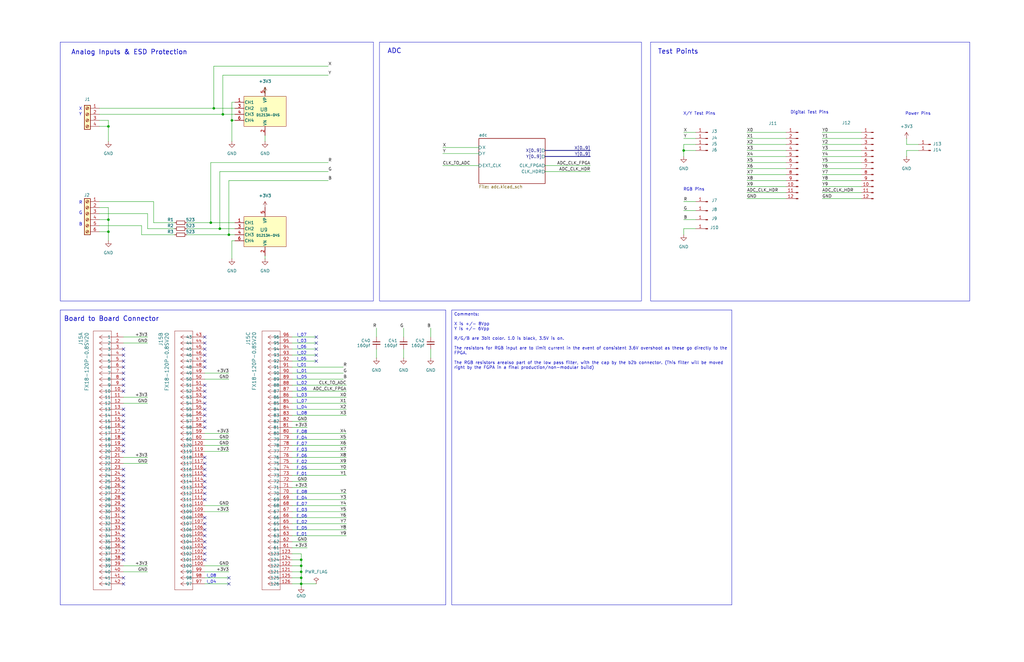
<source format=kicad_sch>
(kicad_sch (version 20231120) (generator "eeschema") (generator_version "8.0")
  (paper "USLedger")
  (lib_symbols
    (symbol "Connector:Conn_01x01_Pin" (pin_names (offset 1.016) hide)
      (property "Reference" "J" (at 0 2.54 0))
      (property "Value" "Conn_01x01_Pin" (at 0 -2.54 0))
      (symbol "Conn_01x01_Pin_1_1"
        (pin passive line (at 5.08 0 180) (length 3.81) (name "Pin_1") (number "1"))
      )
    )
    (symbol "Connector:Conn_01x12_Pin" (pin_names (offset 1.016) hide)
      (property "Reference" "J" (at 0 15.24 0))
      (property "Value" "Conn_01x12_Pin" (at 0 -17.78 0))
      (symbol "Conn_01x12_Pin_1_1"
        (pin passive line (at 5.08 12.7 180) (length 3.81) (name "Pin_1") (number "1"))
        (pin passive line (at 5.08 -10.16 180) (length 3.81) (name "Pin_10") (number "10"))
        (pin passive line (at 5.08 -12.7 180) (length 3.81) (name "Pin_11") (number "11"))
        (pin passive line (at 5.08 -15.24 180) (length 3.81) (name "Pin_12") (number "12"))
        (pin passive line (at 5.08 10.16 180) (length 3.81) (name "Pin_2") (number "2"))
        (pin passive line (at 5.08 7.62 180) (length 3.81) (name "Pin_3") (number "3"))
        (pin passive line (at 5.08 5.08 180) (length 3.81) (name "Pin_4") (number "4"))
        (pin passive line (at 5.08 2.54 180) (length 3.81) (name "Pin_5") (number "5"))
        (pin passive line (at 5.08 0 180) (length 3.81) (name "Pin_6") (number "6"))
        (pin passive line (at 5.08 -2.54 180) (length 3.81) (name "Pin_7") (number "7"))
        (pin passive line (at 5.08 -5.08 180) (length 3.81) (name "Pin_8") (number "8"))
        (pin passive line (at 5.08 -7.62 180) (length 3.81) (name "Pin_9") (number "9"))
      )
    )
    (symbol "Connector:Screw_Terminal_01x04" (pin_names (offset 1.016) hide)
      (property "Reference" "J" (at 0 5.08 0))
      (property "Value" "Screw_Terminal_01x04" (at 0 -7.62 0))
      (symbol "Screw_Terminal_01x04_1_1"
        (pin passive line (at -5.08 2.54 0) (length 3.81) (name "Pin_1") (number "1"))
        (pin passive line (at -5.08 0 0) (length 3.81) (name "Pin_2") (number "2"))
        (pin passive line (at -5.08 -2.54 0) (length 3.81) (name "Pin_3") (number "3"))
        (pin passive line (at -5.08 -5.08 0) (length 3.81) (name "Pin_4") (number "4"))
      )
    )
    (symbol "Connector:Screw_Terminal_01x06" (pin_names (offset 1.016) hide)
      (property "Reference" "J" (at 0 7.62 0))
      (property "Value" "Screw_Terminal_01x06" (at 0 -10.16 0))
      (symbol "Screw_Terminal_01x06_1_1"
        (pin passive line (at -5.08 5.08 0) (length 3.81) (name "Pin_1") (number "1"))
        (pin passive line (at -5.08 2.54 0) (length 3.81) (name "Pin_2") (number "2"))
        (pin passive line (at -5.08 0 0) (length 3.81) (name "Pin_3") (number "3"))
        (pin passive line (at -5.08 -2.54 0) (length 3.81) (name "Pin_4") (number "4"))
        (pin passive line (at -5.08 -5.08 0) (length 3.81) (name "Pin_5") (number "5"))
        (pin passive line (at -5.08 -7.62 0) (length 3.81) (name "Pin_6") (number "6"))
      )
    )
    (symbol "D1213A-04S-7_1" (pin_names (offset 0.254))
      (property "Reference" "U" (at 0 1.27 0))
      (property "Value" "D1213A-04S" (at 2.032 -0.762 0))
      (symbol "D1213A-04S-7_1_0_1"
        (pin power_in line (at 0 -10.16 90) (length 3.81) (name "VN") (number "2"))
        (pin passive line (at -12.7 1.27 0) (length 3.81) (name "CH2") (number "3"))
        (pin passive line (at -12.7 -1.27 0) (length 3.81) (name "CH3") (number "4"))
        (pin power_in line (at 0 10.16 270) (length 3.81) (name "VP") (number "5"))
        (pin passive line (at -12.7 -3.81 0) (length 3.81) (name "CH4") (number "6"))
      )
      (symbol "D1213A-04S-7_1_1_1"
        (pin passive line (at -12.7 3.81 0) (length 3.81) (name "CH1") (number "1"))
      )
    )
    (symbol "D1213A-04S:D1213A-04S-7" (pin_names (offset 0.254))
      (property "Reference" "U" (at 0 1.27 0))
      (property "Value" "D1213A-04S" (at 2.032 -0.762 0))
      (symbol "D1213A-04S-7_0_1"
        (pin power_in line (at 0 -10.16 90) (length 3.81) (name "VN") (number "2"))
        (pin passive line (at -12.7 1.27 0) (length 3.81) (name "CH2") (number "3"))
        (pin passive line (at -12.7 -1.27 0) (length 3.81) (name "CH3") (number "4"))
        (pin power_in line (at 0 10.16 270) (length 3.81) (name "VP") (number "5"))
        (pin passive line (at -12.7 -3.81 0) (length 3.81) (name "CH4") (number "6"))
      )
      (symbol "D1213A-04S-7_1_1"
        (pin passive line (at -12.7 3.81 0) (length 3.81) (name "CH1") (number "1"))
      )
    )
    (symbol "Device:C_Small" (pin_numbers hide) (pin_names (offset 0.254) hide)
      (property "Reference" "C" (at 0.254 1.778 0))
      (property "Value" "C_Small" (at 0.254 -2.032 0))
      (symbol "C_Small_1_1"
        (pin passive line (at 0 2.54 270) (length 2.032) (name "~") (number "1"))
        (pin passive line (at 0 -2.54 90) (length 2.032) (name "~") (number "2"))
      )
    )
    (symbol "Device:R_Small" (pin_numbers hide) (pin_names (offset 0.254) hide)
      (property "Reference" "R" (at 0.762 0.508 0))
      (property "Value" "R_Small" (at 0.762 -1.016 0))
      (symbol "R_Small_1_1"
        (pin passive line (at 0 2.54 270) (length 0.762) (name "~") (number "1"))
        (pin passive line (at 0 -2.54 90) (length 0.762) (name "~") (number "2"))
      )
    )
    (symbol "FX18-120P-0-8SV20:FX18-120P-0.8SV20" (pin_names (offset 0.254))
      (property "Reference" "J" (at 8.89 6.35 0))
      (property "Value" "FX18-120P-0.8SV20" (at 0 0 0))
      (symbol "FX18-120P-0.8SV20_1_1"
        (pin passive line (at 0 0 0) (length 5.08) (name "1") (number "1"))
        (pin passive line (at 0 -22.86 0) (length 5.08) (name "10") (number "10"))
        (pin passive line (at 0 -25.4 0) (length 5.08) (name "11") (number "11"))
        (pin passive line (at 0 -27.94 0) (length 5.08) (name "12") (number "12"))
        (pin passive line (at 0 -30.48 0) (length 5.08) (name "13") (number "13"))
        (pin passive line (at 0 -33.02 0) (length 5.08) (name "14") (number "14"))
        (pin passive line (at 0 -35.56 0) (length 5.08) (name "15") (number "15"))
        (pin passive line (at 0 -38.1 0) (length 5.08) (name "16") (number "16"))
        (pin passive line (at 0 -40.64 0) (length 5.08) (name "17") (number "17"))
        (pin passive line (at 0 -43.18 0) (length 5.08) (name "18") (number "18"))
        (pin passive line (at 0 -45.72 0) (length 5.08) (name "19") (number "19"))
        (pin passive line (at 0 -2.54 0) (length 5.08) (name "2") (number "2"))
        (pin passive line (at 0 -48.26 0) (length 5.08) (name "20") (number "20"))
        (pin passive line (at 0 -50.8 0) (length 5.08) (name "21") (number "21"))
        (pin passive line (at 0 -53.34 0) (length 5.08) (name "22") (number "22"))
        (pin passive line (at 0 -55.88 0) (length 5.08) (name "23") (number "23"))
        (pin passive line (at 0 -58.42 0) (length 5.08) (name "24") (number "24"))
        (pin passive line (at 0 -60.96 0) (length 5.08) (name "25") (number "25"))
        (pin passive line (at 0 -63.5 0) (length 5.08) (name "26") (number "26"))
        (pin passive line (at 0 -66.04 0) (length 5.08) (name "27") (number "27"))
        (pin passive line (at 0 -68.58 0) (length 5.08) (name "28") (number "28"))
        (pin passive line (at 0 -71.12 0) (length 5.08) (name "29") (number "29"))
        (pin passive line (at 0 -5.08 0) (length 5.08) (name "3") (number "3"))
        (pin passive line (at 0 -73.66 0) (length 5.08) (name "30") (number "30"))
        (pin passive line (at 0 -76.2 0) (length 5.08) (name "31") (number "31"))
        (pin passive line (at 0 -78.74 0) (length 5.08) (name "32") (number "32"))
        (pin passive line (at 0 -81.28 0) (length 5.08) (name "33") (number "33"))
        (pin passive line (at 0 -83.82 0) (length 5.08) (name "34") (number "34"))
        (pin passive line (at 0 -86.36 0) (length 5.08) (name "35") (number "35"))
        (pin passive line (at 0 -88.9 0) (length 5.08) (name "36") (number "36"))
        (pin passive line (at 0 -91.44 0) (length 5.08) (name "37") (number "37"))
        (pin passive line (at 0 -93.98 0) (length 5.08) (name "38") (number "38"))
        (pin passive line (at 0 -96.52 0) (length 5.08) (name "39") (number "39"))
        (pin passive line (at 0 -7.62 0) (length 5.08) (name "4") (number "4"))
        (pin passive line (at 0 -99.06 0) (length 5.08) (name "40") (number "40"))
        (pin passive line (at 0 -101.6 0) (length 5.08) (name "41") (number "41"))
        (pin passive line (at 0 -104.14 0) (length 5.08) (name "42") (number "42"))
        (pin passive line (at 0 -10.16 0) (length 5.08) (name "5") (number "5"))
        (pin passive line (at 0 -12.7 0) (length 5.08) (name "6") (number "6"))
        (pin passive line (at 0 -15.24 0) (length 5.08) (name "7") (number "7"))
        (pin passive line (at 0 -17.78 0) (length 5.08) (name "8") (number "8"))
        (pin passive line (at 0 -20.32 0) (length 5.08) (name "9") (number "9"))
      )
      (symbol "FX18-120P-0.8SV20_2_1"
        (pin passive line (at 0 -96.52 0) (length 5.08) (name "100") (number "100"))
        (pin passive line (at 0 -93.98 0) (length 5.08) (name "101") (number "101"))
        (pin passive line (at 0 -91.44 0) (length 5.08) (name "102") (number "102"))
        (pin passive line (at 0 -88.9 0) (length 5.08) (name "103") (number "103"))
        (pin passive line (at 0 -86.36 0) (length 5.08) (name "104") (number "104"))
        (pin passive line (at 0 -83.82 0) (length 5.08) (name "105") (number "105"))
        (pin passive line (at 0 -81.28 0) (length 5.08) (name "106") (number "106"))
        (pin passive line (at 0 -78.74 0) (length 5.08) (name "107") (number "107"))
        (pin passive line (at 0 -76.2 0) (length 5.08) (name "108") (number "108"))
        (pin passive line (at 0 -73.66 0) (length 5.08) (name "109") (number "109"))
        (pin passive line (at 0 -71.12 0) (length 5.08) (name "110") (number "110"))
        (pin passive line (at 0 -68.58 0) (length 5.08) (name "111") (number "111"))
        (pin passive line (at 0 -66.04 0) (length 5.08) (name "112") (number "112"))
        (pin passive line (at 0 -63.5 0) (length 5.08) (name "113") (number "113"))
        (pin passive line (at 0 -60.96 0) (length 5.08) (name "114") (number "114"))
        (pin passive line (at 0 -58.42 0) (length 5.08) (name "115") (number "115"))
        (pin passive line (at 0 -55.88 0) (length 5.08) (name "116") (number "116"))
        (pin passive line (at 0 -53.34 0) (length 5.08) (name "117") (number "117"))
        (pin passive line (at 0 -50.8 0) (length 5.08) (name "118") (number "118"))
        (pin passive line (at 0 -48.26 0) (length 5.08) (name "119") (number "119"))
        (pin passive line (at 0 -45.72 0) (length 5.08) (name "120") (number "120"))
        (pin passive line (at 0 0 0) (length 5.08) (name "43") (number "43"))
        (pin passive line (at 0 -2.54 0) (length 5.08) (name "44") (number "44"))
        (pin passive line (at 0 -5.08 0) (length 5.08) (name "45") (number "45"))
        (pin passive line (at 0 -7.62 0) (length 5.08) (name "46") (number "46"))
        (pin passive line (at 0 -10.16 0) (length 5.08) (name "47") (number "47"))
        (pin passive line (at 0 -12.7 0) (length 5.08) (name "48") (number "48"))
        (pin passive line (at 0 -15.24 0) (length 5.08) (name "49") (number "49"))
        (pin passive line (at 0 -17.78 0) (length 5.08) (name "50") (number "50"))
        (pin passive line (at 0 -20.32 0) (length 5.08) (name "51") (number "51"))
        (pin passive line (at 0 -22.86 0) (length 5.08) (name "52") (number "52"))
        (pin passive line (at 0 -25.4 0) (length 5.08) (name "53") (number "53"))
        (pin passive line (at 0 -27.94 0) (length 5.08) (name "54") (number "54"))
        (pin passive line (at 0 -30.48 0) (length 5.08) (name "55") (number "55"))
        (pin passive line (at 0 -33.02 0) (length 5.08) (name "56") (number "56"))
        (pin passive line (at 0 -35.56 0) (length 5.08) (name "57") (number "57"))
        (pin passive line (at 0 -38.1 0) (length 5.08) (name "58") (number "58"))
        (pin passive line (at 0 -40.64 0) (length 5.08) (name "59") (number "59"))
        (pin passive line (at 0 -43.18 0) (length 5.08) (name "60") (number "60"))
        (pin passive line (at 0 -104.14 0) (length 5.08) (name "97") (number "97"))
        (pin passive line (at 0 -101.6 0) (length 5.08) (name "98") (number "98"))
        (pin passive line (at 0 -99.06 0) (length 5.08) (name "99") (number "99"))
      )
      (symbol "FX18-120P-0.8SV20_3_1"
        (pin passive line (at 0 -99.06 0) (length 5.08) (name "121") (number "121"))
        (pin passive line (at 0 -96.52 0) (length 5.08) (name "122") (number "122"))
        (pin passive line (at 0 -91.44 0) (length 5.08) (name "123") (number "123"))
        (pin passive line (at 0 -93.98 0) (length 5.08) (name "124") (number "124"))
        (pin passive line (at 0 -101.6 0) (length 5.08) (name "125") (number "125"))
        (pin passive line (at 0 -104.14 0) (length 5.08) (name "126") (number "126"))
        (pin passive line (at 0 -88.9 0) (length 5.08) (name "61") (number "61"))
        (pin passive line (at 0 -86.36 0) (length 5.08) (name "62") (number "62"))
        (pin passive line (at 0 -83.82 0) (length 5.08) (name "63") (number "63"))
        (pin passive line (at 0 -81.28 0) (length 5.08) (name "64") (number "64"))
        (pin passive line (at 0 -78.74 0) (length 5.08) (name "65") (number "65"))
        (pin passive line (at 0 -76.2 0) (length 5.08) (name "66") (number "66"))
        (pin passive line (at 0 -73.66 0) (length 5.08) (name "67") (number "67"))
        (pin passive line (at 0 -71.12 0) (length 5.08) (name "68") (number "68"))
        (pin passive line (at 0 -68.58 0) (length 5.08) (name "69") (number "69"))
        (pin passive line (at 0 -66.04 0) (length 5.08) (name "70") (number "70"))
        (pin passive line (at 0 -63.5 0) (length 5.08) (name "71") (number "71"))
        (pin passive line (at 0 -60.96 0) (length 5.08) (name "72") (number "72"))
        (pin passive line (at 0 -58.42 0) (length 5.08) (name "73") (number "73"))
        (pin passive line (at 0 -55.88 0) (length 5.08) (name "74") (number "74"))
        (pin passive line (at 0 -53.34 0) (length 5.08) (name "75") (number "75"))
        (pin passive line (at 0 -50.8 0) (length 5.08) (name "76") (number "76"))
        (pin passive line (at 0 -48.26 0) (length 5.08) (name "77") (number "77"))
        (pin passive line (at 0 -45.72 0) (length 5.08) (name "78") (number "78"))
        (pin passive line (at 0 -43.18 0) (length 5.08) (name "79") (number "79"))
        (pin passive line (at 0 -40.64 0) (length 5.08) (name "80") (number "80"))
        (pin passive line (at 0 -38.1 0) (length 5.08) (name "81") (number "81"))
        (pin passive line (at 0 -35.56 0) (length 5.08) (name "82") (number "82"))
        (pin passive line (at 0 -33.02 0) (length 5.08) (name "83") (number "83"))
        (pin passive line (at 0 -30.48 0) (length 5.08) (name "84") (number "84"))
        (pin passive line (at 0 -27.94 0) (length 5.08) (name "85") (number "85"))
        (pin passive line (at 0 -25.4 0) (length 5.08) (name "86") (number "86"))
        (pin passive line (at 0 -22.86 0) (length 5.08) (name "87") (number "87"))
        (pin passive line (at 0 -20.32 0) (length 5.08) (name "88") (number "88"))
        (pin passive line (at 0 -17.78 0) (length 5.08) (name "89") (number "89"))
        (pin passive line (at 0 -15.24 0) (length 5.08) (name "90") (number "90"))
        (pin passive line (at 0 -12.7 0) (length 5.08) (name "91") (number "91"))
        (pin passive line (at 0 -10.16 0) (length 5.08) (name "92") (number "92"))
        (pin passive line (at 0 -7.62 0) (length 5.08) (name "93") (number "93"))
        (pin passive line (at 0 -5.08 0) (length 5.08) (name "94") (number "94"))
        (pin passive line (at 0 -2.54 0) (length 5.08) (name "95") (number "95"))
        (pin passive line (at 0 0 0) (length 5.08) (name "96") (number "96"))
      )
    )
    (symbol "power:+3V3" (power) (pin_numbers hide) (pin_names (offset 0) hide)
      (property "Value" "+3V3" (at 0 3.556 0))
      (symbol "+3V3_1_1"
        (pin power_in line (at 0 0 90) (length 0) (name "~") (number "1"))
      )
    )
    (symbol "power:GND" (power) (pin_numbers hide) (pin_names (offset 0) hide)
      (property "Value" "GND" (at 0 -3.81 0))
      (symbol "GND_1_1"
        (pin power_in line (at 0 0 270) (length 0) (name "~") (number "1"))
      )
    )
    (symbol "power:PWR_FLAG" (power) (pin_numbers hide) (pin_names (offset 0) hide)
      (property "Value" "PWR_FLAG" (at 0 3.81 0))
      (symbol "PWR_FLAG_0_0"
        (pin power_out line (at 0 0 90) (length 0) (name "~") (number "1"))
      )
    )
  )
  (junction (at 92.71 96.52))
  (junction (at 97.79 50.8))
  (junction (at 127 246.38))
  (junction (at 45.72 53.34))
  (junction (at 45.72 92.71))
  (junction (at 288.29 63.5))
  (junction (at 90.17 45.72))
  (junction (at 45.72 97.79))
  (junction (at 93.98 48.26))
  (junction (at 88.9 93.98))
  (junction (at 127 236.22))
  (junction (at 96.52 99.06))
  (junction (at 127 243.84))
  (junction (at 127 241.3))
  (junction (at 127 238.76))
  (no_connect (at 52.07 177.8))
  (no_connect (at 52.07 175.26))
  (no_connect (at 52.07 246.38))
  (no_connect (at 52.07 182.88))
  (no_connect (at 52.07 210.82))
  (no_connect (at 86.36 193.04))
  (no_connect (at 86.36 177.8))
  (no_connect (at 86.36 142.24))
  (no_connect (at 52.07 213.36))
  (no_connect (at 86.36 147.32))
  (no_connect (at 86.36 180.34))
  (no_connect (at 52.07 187.96))
  (no_connect (at 133.35 144.78))
  (no_connect (at 86.36 228.6))
  (no_connect (at 86.36 220.98))
  (no_connect (at 52.07 180.34))
  (no_connect (at 52.07 160.02))
  (no_connect (at 86.36 149.86))
  (no_connect (at 52.07 147.32))
  (no_connect (at 52.07 172.72))
  (no_connect (at 86.36 203.2))
  (no_connect (at 86.36 233.68))
  (no_connect (at 133.35 152.4))
  (no_connect (at 52.07 215.9))
  (no_connect (at 52.07 185.42))
  (no_connect (at 52.07 149.86))
  (no_connect (at 52.07 152.4))
  (no_connect (at 52.07 200.66))
  (no_connect (at 52.07 154.94))
  (no_connect (at 52.07 205.74))
  (no_connect (at 52.07 157.48))
  (no_connect (at 133.35 147.32))
  (no_connect (at 86.36 208.28))
  (no_connect (at 86.36 167.64))
  (no_connect (at 133.35 142.24))
  (no_connect (at 86.36 236.22))
  (no_connect (at 86.36 162.56))
  (no_connect (at 52.07 190.5))
  (no_connect (at 52.07 228.6))
  (no_connect (at 133.35 149.86))
  (no_connect (at 52.07 198.12))
  (no_connect (at 52.07 231.14))
  (no_connect (at 52.07 236.22))
  (no_connect (at 86.36 200.66))
  (no_connect (at 52.07 223.52))
  (no_connect (at 86.36 172.72))
  (no_connect (at 86.36 223.52))
  (no_connect (at 52.07 220.98))
  (no_connect (at 86.36 152.4))
  (no_connect (at 52.07 203.2))
  (no_connect (at 86.36 231.14))
  (no_connect (at 86.36 205.74))
  (no_connect (at 86.36 210.82))
  (no_connect (at 86.36 144.78))
  (no_connect (at 52.07 162.56))
  (no_connect (at 86.36 154.94))
  (no_connect (at 96.52 243.84))
  (no_connect (at 52.07 208.28))
  (no_connect (at 96.52 246.38))
  (no_connect (at 86.36 175.26))
  (no_connect (at 86.36 198.12))
  (no_connect (at 52.07 243.84))
  (no_connect (at 52.07 226.06))
  (no_connect (at 86.36 165.1))
  (no_connect (at 86.36 195.58))
  (no_connect (at 86.36 170.18))
  (no_connect (at 86.36 226.06))
  (no_connect (at 52.07 165.1))
  (no_connect (at 86.36 218.44))
  (no_connect (at 52.07 218.44))
  (no_connect (at 52.07 233.68))
  (wire (pts (xy 387.35 60.96) (xy 382.27 60.96)))
  (wire (pts (xy 41.91 90.17) (xy 62.23 90.17)))
  (wire (pts (xy 314.96 83.82) (xy 331.47 83.82)))
  (wire (pts (xy 346.71 76.2) (xy 363.22 76.2)))
  (wire (pts (xy 127 243.84) (xy 123.19 243.84)))
  (wire (pts (xy 346.71 66.04) (xy 363.22 66.04)))
  (wire (pts (xy 62.23 142.24) (xy 52.07 142.24)))
  (wire (pts (xy 123.19 165.1) (xy 146.05 165.1)))
  (wire (pts (xy 293.37 88.9) (xy 288.29 88.9)))
  (wire (pts (xy 45.72 50.8) (xy 45.72 53.34)))
  (wire (pts (xy 129.54 205.74) (xy 123.19 205.74)))
  (wire (pts (xy 92.71 96.52) (xy 92.71 72.39)))
  (wire (pts (xy 41.91 53.34) (xy 45.72 53.34)))
  (wire (pts (xy 158.75 138.43) (xy 158.75 142.24)))
  (wire (pts (xy 96.52 238.76) (xy 86.36 238.76)))
  (wire (pts (xy 133.35 149.86) (xy 123.19 149.86)))
  (wire (pts (xy 111.76 36.83) (xy 111.76 39.37)))
  (wire (pts (xy 88.9 93.98) (xy 99.06 93.98)))
  (wire (pts (xy 133.35 147.32) (xy 123.19 147.32)))
  (wire (pts (xy 181.61 138.43) (xy 181.61 142.24)))
  (wire (pts (xy 144.78 154.94) (xy 123.19 154.94)))
  (wire (pts (xy 288.29 96.52) (xy 288.29 99.06)))
  (wire (pts (xy 93.98 48.26) (xy 99.06 48.26)))
  (wire (pts (xy 293.37 63.5) (xy 288.29 63.5)))
  (wire (pts (xy 288.29 60.96) (xy 288.29 63.5)))
  (wire (pts (xy 62.23 238.76) (xy 52.07 238.76)))
  (wire (pts (xy 123.19 208.28) (xy 146.05 208.28)))
  (wire (pts (xy 186.69 69.85) (xy 201.93 69.85)))
  (wire (pts (xy 45.72 53.34) (xy 45.72 59.69)))
  (wire (pts (xy 62.23 96.52) (xy 62.23 90.17)))
  (wire (pts (xy 129.54 177.8) (xy 123.19 177.8)))
  (wire (pts (xy 314.96 58.42) (xy 331.47 58.42)))
  (wire (pts (xy 123.19 215.9) (xy 146.05 215.9)))
  (wire (pts (xy 387.35 63.5) (xy 382.27 63.5)))
  (wire (pts (xy 123.19 220.98) (xy 146.05 220.98)))
  (wire (pts (xy 127 238.76) (xy 123.19 238.76)))
  (wire (pts (xy 41.91 48.26) (xy 93.98 48.26)))
  (wire (pts (xy 45.72 87.63) (xy 45.72 92.71)))
  (wire (pts (xy 129.54 231.14) (xy 123.19 231.14)))
  (wire (pts (xy 41.91 85.09) (xy 64.77 85.09)))
  (wire (pts (xy 64.77 93.98) (xy 73.66 93.98)))
  (wire (pts (xy 62.23 241.3) (xy 52.07 241.3)))
  (wire (pts (xy 346.71 55.88) (xy 363.22 55.88)))
  (wire (pts (xy 127 236.22) (xy 127 238.76)))
  (wire (pts (xy 133.35 152.4) (xy 123.19 152.4)))
  (wire (pts (xy 62.23 195.58) (xy 52.07 195.58)))
  (wire (pts (xy 62.23 193.04) (xy 52.07 193.04)))
  (wire (pts (xy 127 241.3) (xy 127 243.84)))
  (wire (pts (xy 41.91 50.8) (xy 45.72 50.8)))
  (wire (pts (xy 96.52 246.38) (xy 86.36 246.38)))
  (wire (pts (xy 92.71 96.52) (xy 99.06 96.52)))
  (wire (pts (xy 45.72 97.79) (xy 45.72 101.6)))
  (wire (pts (xy 96.52 243.84) (xy 86.36 243.84)))
  (wire (pts (xy 293.37 92.71) (xy 288.29 92.71)))
  (wire (pts (xy 97.79 50.8) (xy 99.06 50.8)))
  (wire (pts (xy 123.19 213.36) (xy 146.05 213.36)))
  (wire (pts (xy 127 246.38) (xy 127 247.65)))
  (wire (pts (xy 123.19 218.44) (xy 146.05 218.44)))
  (wire (pts (xy 123.19 195.58) (xy 146.05 195.58)))
  (wire (pts (xy 62.23 167.64) (xy 52.07 167.64)))
  (wire (pts (xy 346.71 60.96) (xy 363.22 60.96)))
  (wire (pts (xy 99.06 43.18) (xy 97.79 43.18)))
  (wire (pts (xy 88.9 68.58) (xy 138.43 68.58)))
  (wire (pts (xy 144.78 160.02) (xy 123.19 160.02)))
  (wire (pts (xy 293.37 85.09) (xy 288.29 85.09)))
  (wire (pts (xy 138.43 76.2) (xy 96.52 76.2)))
  (wire (pts (xy 78.74 93.98) (xy 88.9 93.98)))
  (bus (pts (xy 229.87 66.04) (xy 248.92 66.04)))
  (wire (pts (xy 41.91 87.63) (xy 45.72 87.63)))
  (wire (pts (xy 96.52 185.42) (xy 86.36 185.42)))
  (wire (pts (xy 123.19 233.68) (xy 127 233.68)))
  (wire (pts (xy 127 246.38) (xy 123.19 246.38)))
  (wire (pts (xy 314.96 71.12) (xy 331.47 71.12)))
  (wire (pts (xy 90.17 27.94) (xy 138.43 27.94)))
  (wire (pts (xy 123.19 172.72) (xy 146.05 172.72)))
  (wire (pts (xy 62.23 170.18) (xy 52.07 170.18)))
  (wire (pts (xy 293.37 55.88) (xy 288.29 55.88)))
  (wire (pts (xy 158.75 147.32) (xy 158.75 151.13)))
  (wire (pts (xy 346.71 63.5) (xy 363.22 63.5)))
  (wire (pts (xy 41.91 97.79) (xy 45.72 97.79)))
  (wire (pts (xy 123.19 190.5) (xy 146.05 190.5)))
  (wire (pts (xy 127 243.84) (xy 127 246.38)))
  (wire (pts (xy 97.79 50.8) (xy 97.79 59.69)))
  (wire (pts (xy 288.29 96.52) (xy 293.37 96.52)))
  (wire (pts (xy 127 238.76) (xy 127 241.3)))
  (wire (pts (xy 314.96 73.66) (xy 331.47 73.66)))
  (wire (pts (xy 129.54 228.6) (xy 123.19 228.6)))
  (wire (pts (xy 41.91 95.25) (xy 59.69 95.25)))
  (wire (pts (xy 129.54 180.34) (xy 123.19 180.34)))
  (wire (pts (xy 59.69 99.06) (xy 59.69 95.25)))
  (wire (pts (xy 123.19 200.66) (xy 146.05 200.66)))
  (wire (pts (xy 129.54 203.2) (xy 123.19 203.2)))
  (wire (pts (xy 96.52 160.02) (xy 86.36 160.02)))
  (wire (pts (xy 96.52 241.3) (xy 86.36 241.3)))
  (wire (pts (xy 59.69 99.06) (xy 73.66 99.06)))
  (wire (pts (xy 314.96 81.28) (xy 331.47 81.28)))
  (wire (pts (xy 96.52 99.06) (xy 99.06 99.06)))
  (wire (pts (xy 90.17 27.94) (xy 90.17 45.72)))
  (wire (pts (xy 96.52 215.9) (xy 86.36 215.9)))
  (wire (pts (xy 123.19 182.88) (xy 146.05 182.88)))
  (wire (pts (xy 96.52 157.48) (xy 86.36 157.48)))
  (wire (pts (xy 41.91 45.72) (xy 90.17 45.72)))
  (wire (pts (xy 229.87 69.85) (xy 248.92 69.85)))
  (wire (pts (xy 111.76 57.15) (xy 111.76 59.69)))
  (wire (pts (xy 93.98 31.75) (xy 138.43 31.75)))
  (wire (pts (xy 314.96 76.2) (xy 331.47 76.2)))
  (wire (pts (xy 111.76 109.22) (xy 111.76 107.95)))
  (wire (pts (xy 382.27 58.42) (xy 382.27 60.96)))
  (wire (pts (xy 170.18 147.32) (xy 170.18 151.13)))
  (wire (pts (xy 88.9 93.98) (xy 88.9 68.58)))
  (wire (pts (xy 127 236.22) (xy 123.19 236.22)))
  (wire (pts (xy 97.79 101.6) (xy 97.79 109.22)))
  (wire (pts (xy 346.71 73.66) (xy 363.22 73.66)))
  (wire (pts (xy 96.52 76.2) (xy 96.52 99.06)))
  (wire (pts (xy 123.19 162.56) (xy 146.05 162.56)))
  (wire (pts (xy 78.74 99.06) (xy 96.52 99.06)))
  (wire (pts (xy 97.79 43.18) (xy 97.79 50.8)))
  (wire (pts (xy 346.71 71.12) (xy 363.22 71.12)))
  (wire (pts (xy 62.23 144.78) (xy 52.07 144.78)))
  (wire (pts (xy 288.29 63.5) (xy 288.29 66.04)))
  (wire (pts (xy 314.96 68.58) (xy 331.47 68.58)))
  (wire (pts (xy 314.96 60.96) (xy 331.47 60.96)))
  (wire (pts (xy 123.19 226.06) (xy 146.05 226.06)))
  (wire (pts (xy 346.71 81.28) (xy 363.22 81.28)))
  (wire (pts (xy 123.19 185.42) (xy 146.05 185.42)))
  (wire (pts (xy 123.19 198.12) (xy 146.05 198.12)))
  (wire (pts (xy 314.96 63.5) (xy 331.47 63.5)))
  (wire (pts (xy 123.19 223.52) (xy 146.05 223.52)))
  (wire (pts (xy 96.52 187.96) (xy 86.36 187.96)))
  (wire (pts (xy 346.71 83.82) (xy 363.22 83.82)))
  (wire (pts (xy 64.77 85.09) (xy 64.77 93.98)))
  (wire (pts (xy 62.23 96.52) (xy 73.66 96.52)))
  (wire (pts (xy 97.79 101.6) (xy 99.06 101.6)))
  (bus (pts (xy 229.87 63.5) (xy 248.92 63.5)))
  (wire (pts (xy 186.69 64.77) (xy 201.93 64.77)))
  (wire (pts (xy 123.19 193.04) (xy 146.05 193.04)))
  (wire (pts (xy 346.71 78.74) (xy 363.22 78.74)))
  (wire (pts (xy 314.96 78.74) (xy 331.47 78.74)))
  (wire (pts (xy 123.19 187.96) (xy 146.05 187.96)))
  (wire (pts (xy 314.96 66.04) (xy 331.47 66.04)))
  (wire (pts (xy 123.19 210.82) (xy 146.05 210.82)))
  (wire (pts (xy 78.74 96.52) (xy 92.71 96.52)))
  (wire (pts (xy 96.52 190.5) (xy 86.36 190.5)))
  (wire (pts (xy 123.19 167.64) (xy 146.05 167.64)))
  (wire (pts (xy 96.52 213.36) (xy 86.36 213.36)))
  (wire (pts (xy 186.69 62.23) (xy 201.93 62.23)))
  (wire (pts (xy 293.37 60.96) (xy 288.29 60.96)))
  (wire (pts (xy 41.91 92.71) (xy 45.72 92.71)))
  (wire (pts (xy 123.19 175.26) (xy 146.05 175.26)))
  (wire (pts (xy 90.17 45.72) (xy 99.06 45.72)))
  (wire (pts (xy 127 246.38) (xy 133.35 246.38)))
  (wire (pts (xy 92.71 72.39) (xy 138.43 72.39)))
  (wire (pts (xy 170.18 138.43) (xy 170.18 142.24)))
  (wire (pts (xy 133.35 144.78) (xy 123.19 144.78)))
  (wire (pts (xy 346.71 58.42) (xy 363.22 58.42)))
  (wire (pts (xy 123.19 170.18) (xy 146.05 170.18)))
  (wire (pts (xy 382.27 63.5) (xy 382.27 66.04)))
  (wire (pts (xy 314.96 55.88) (xy 331.47 55.88)))
  (wire (pts (xy 127 233.68) (xy 127 236.22)))
  (wire (pts (xy 144.78 157.48) (xy 123.19 157.48)))
  (wire (pts (xy 346.71 68.58) (xy 363.22 68.58)))
  (wire (pts (xy 93.98 31.75) (xy 93.98 48.26)))
  (wire (pts (xy 45.72 92.71) (xy 45.72 97.79)))
  (wire (pts (xy 229.87 72.39) (xy 248.92 72.39)))
  (wire (pts (xy 293.37 58.42) (xy 288.29 58.42)))
  (wire (pts (xy 127 241.3) (xy 123.19 241.3)))
  (wire (pts (xy 181.61 147.32) (xy 181.61 151.13)))
  (wire (pts (xy 133.35 142.24) (xy 123.19 142.24)))
  (wire (pts (xy 96.52 182.88) (xy 86.36 182.88)))
  (rectangle (start 25.4 17.78) (end 157.48 127))
  (rectangle (start 274.32 17.78) (end 408.94 127))
  (rectangle (start 25.4 130.81) (end 187.96 255.27))
  (rectangle (start 160.02 17.78) (end 270.51 127))
  (text_box "Comments:\n\nX is +/- 8Vpp\nY is +/- 6Vpp\n\nR/G/B are 3bit color. 1.0 is black, 3.5V is on.\n\nThe resistors for RGB input are to limit current in the event of consistent 3.6V overshoot as these go directly to the FPGA.\n\nThe RGB resistors arealso part of the low pass filter, with the cap by the b2b connector. (This filter will be moved right by the FGPA in a final production/non-modular build)" (at 190.5 130.81 0) (size 118.11 124.46) (effects (font (size 1.27 1.27)) (justify left top)))
  (text "Power Pins" (at 387.096 48.006 0) (effects (font (size 1.27 1.27))))
  (text "Test Points" (at 277.368 21.844 0) (effects (font (size 2 2) (thickness 0.25)) (justify left)))
  (text "E_07" (at 127.254 212.852 0) (effects (font (size 1.27 1.27))))
  (text "L_04" (at 127.254 171.958 0) (effects (font (size 1.27 1.27))))
  (text "L_03" (at 127.254 166.878 0) (effects (font (size 1.27 1.27))))
  (text "I_02" (at 127.254 149.098 0) (effects (font (size 1.27 1.27))))
  (text "E_08" (at 127.254 207.772 0) (effects (font (size 1.27 1.27))))
  (text "I_04" (at 89.154 245.618 0) (effects (font (size 1.27 1.27))))
  (text "L_01" (at 127.254 156.718 0) (effects (font (size 1.27 1.27))))
  (text "E_01" (at 127.254 225.552 0) (effects (font (size 1.27 1.27))))
  (text "I_06" (at 127.254 146.558 0) (effects (font (size 1.27 1.27))))
  (text "L_06" (at 127.254 164.338 0) (effects (font (size 1.27 1.27))))
  (text "E_02" (at 127.254 220.472 0) (effects (font (size 1.27 1.27))))
  (text "Board to Board Connector" (at 46.99 134.62 0) (effects (font (size 2 2) (thickness 0.25))))
  (text "E_06" (at 127.254 217.932 0) (effects (font (size 1.27 1.27))))
  (text "L_08" (at 127.254 174.498 0) (effects (font (size 1.27 1.27))))
  (text "Analog Inputs & ESD Protection" (at 29.972 22.098 0) (effects (font (size 2 2) (thickness 0.25)) (justify left)))
  (text "Digital Test Pins" (at 341.376 47.498 0) (effects (font (size 1.27 1.27))))
  (text "F_02" (at 127.254 195.072 0) (effects (font (size 1.27 1.27))))
  (text "L_05" (at 127.254 159.258 0) (effects (font (size 1.27 1.27))))
  (text "F_04" (at 127.254 184.912 0) (effects (font (size 1.27 1.27))))
  (text "E_04" (at 127.254 210.312 0) (effects (font (size 1.27 1.27))))
  (text "X/Y Test Pins" (at 294.894 48.006 0) (effects (font (size 1.27 1.27))))
  (text "RGB Pins" (at 292.608 80.01 0) (effects (font (size 1.27 1.27))))
  (text "E_05" (at 127.254 223.012 0) (effects (font (size 1.27 1.27))))
  (text "Y" (at 33.274 48.26 0) (effects (font (size 1.27 1.27)) (justify left)))
  (text "F_08" (at 127.254 182.372 0) (effects (font (size 1.27 1.27))))
  (text "F_06" (at 127.254 192.532 0) (effects (font (size 1.27 1.27))))
  (text "F_01" (at 127.254 200.152 0) (effects (font (size 1.27 1.27))))
  (text "ADC" (at 163.322 21.59 0) (effects (font (size 2 2) (thickness 0.25)) (justify left)))
  (text "R" (at 33.274 85.598 0) (effects (font (size 1.27 1.27)) (justify left)))
  (text "G" (at 33.274 89.916 0) (effects (font (size 1.27 1.27)) (justify left)))
  (text "I_01" (at 127.254 154.178 0) (effects (font (size 1.27 1.27))))
  (text "L_02" (at 127.254 161.798 0) (effects (font (size 1.27 1.27))))
  (text "F_07" (at 127.254 187.452 0) (effects (font (size 1.27 1.27))))
  (text "X" (at 33.274 45.974 0) (effects (font (size 1.27 1.27)) (justify left)))
  (text "B" (at 33.274 94.742 0) (effects (font (size 1.27 1.27)) (justify left)))
  (text "I_05" (at 127.254 151.638 0) (effects (font (size 1.27 1.27))))
  (text "I_07" (at 127.254 141.478 0) (effects (font (size 1.27 1.27))))
  (text "E_03" (at 127.254 215.392 0) (effects (font (size 1.27 1.27))))
  (text "F_03" (at 127.254 189.992 0) (effects (font (size 1.27 1.27))))
  (text "F_05" (at 127.254 197.612 0) (effects (font (size 1.27 1.27))))
  (text "I_08" (at 89.154 243.078 0) (effects (font (size 1.27 1.27))))
  (text "I_03" (at 127.254 144.018 0) (effects (font (size 1.27 1.27))))
  (text "L_07" (at 127.254 169.418 0) (effects (font (size 1.27 1.27))))
  (label "Y4" (at 146.05 213.36 180))
  (label "Y0" (at 346.71 55.88 0))
  (label "GND" (at 62.23 144.78 180))
  (label "+3V3" (at 62.23 238.76 180))
  (label "Y7" (at 146.05 220.98 180))
  (label "GND" (at 96.52 160.02 180))
  (label "GND" (at 314.96 83.82 0))
  (label "Y8" (at 346.71 76.2 0))
  (label "R" (at 288.29 85.09 0))
  (label "+3V3" (at 96.52 190.5 180))
  (label "Y3" (at 146.05 210.82 180))
  (label "+3V3" (at 96.52 215.9 180))
  (label "G" (at 144.78 157.48 0))
  (label "Y7" (at 346.71 73.66 0))
  (label "GND" (at 129.54 228.6 180))
  (label "Y3" (at 346.71 63.5 0))
  (label "ADC_CLK_FPGA" (at 146.05 165.1 180))
  (label "X8" (at 146.05 193.04 180))
  (label "Y5" (at 146.05 215.9 180))
  (label "+3V3" (at 96.52 157.48 180))
  (label "+3V3" (at 129.54 205.74 180))
  (label "+3V3" (at 96.52 241.3 180))
  (label "Y4" (at 346.71 66.04 0))
  (label "B" (at 181.61 138.43 180))
  (label "Y6" (at 346.71 71.12 0))
  (label "Y9" (at 346.71 78.74 0))
  (label "R" (at 138.43 68.58 0))
  (label "CLK_TO_ADC" (at 186.69 69.85 0))
  (label "R" (at 144.78 154.94 0))
  (label "ADC_CLK_HDR" (at 346.71 81.28 0))
  (label "X3" (at 146.05 175.26 180))
  (label "Y1" (at 146.05 200.66 180))
  (label "X5" (at 314.96 68.58 0))
  (label "X" (at 186.69 62.23 0))
  (label "X7" (at 146.05 190.5 180))
  (label "Y2" (at 146.05 208.28 180))
  (label "+3V3" (at 62.23 167.64 180))
  (label "X9" (at 146.05 195.58 180))
  (label "GND" (at 96.52 187.96 180))
  (label "GND" (at 129.54 203.2 180))
  (label "X1" (at 314.96 58.42 0))
  (label "Y9" (at 146.05 226.06 180))
  (label "G" (at 288.29 88.9 0))
  (label "Y" (at 186.69 64.77 0))
  (label "Y1" (at 346.71 58.42 0))
  (label "+3V3" (at 62.23 193.04 180))
  (label "X" (at 288.29 55.88 0))
  (label "X2" (at 146.05 172.72 180))
  (label "G" (at 138.43 72.39 0))
  (label "X" (at 138.43 27.94 0))
  (label "Y8" (at 146.05 223.52 180))
  (label "Y0" (at 146.05 198.12 180))
  (label "GND" (at 96.52 185.42 180))
  (label "X4" (at 146.05 182.88 180))
  (label "+3V3" (at 62.23 142.24 180))
  (label "X8" (at 314.96 76.2 0))
  (label "X[0..9]" (at 248.92 63.5 180))
  (label "X0" (at 314.96 55.88 0))
  (label "+3V3" (at 129.54 231.14 180))
  (label "B" (at 144.78 160.02 0))
  (label "Y" (at 138.43 31.75 0))
  (label "X1" (at 146.05 170.18 180))
  (label "CLK_TO_ADC" (at 146.05 162.56 180))
  (label "GND" (at 62.23 195.58 180))
  (label "X4" (at 314.96 66.04 0))
  (label "GND" (at 96.52 213.36 180))
  (label "B" (at 288.29 92.71 0))
  (label "ADC_CLK_HDR" (at 314.96 81.28 0))
  (label "X2" (at 314.96 60.96 0))
  (label "Y" (at 288.29 58.42 0))
  (label "G" (at 170.18 138.43 180))
  (label "X3" (at 314.96 63.5 0))
  (label "X6" (at 146.05 187.96 180))
  (label "+3V3" (at 129.54 180.34 180))
  (label "GND" (at 129.54 177.8 180))
  (label "GND" (at 346.71 83.82 0))
  (label "X9" (at 314.96 78.74 0))
  (label "Y2" (at 346.71 60.96 0))
  (label "GND" (at 96.52 238.76 180))
  (label "GND" (at 62.23 170.18 180))
  (label "GND" (at 62.23 241.3 180))
  (label "X5" (at 146.05 185.42 180))
  (label "X0" (at 146.05 167.64 180))
  (label "Y5" (at 346.71 68.58 0))
  (label "B" (at 138.43 76.2 0))
  (label "X7" (at 314.96 73.66 0))
  (label "X6" (at 314.96 71.12 0))
  (label "ADC_CLK_FPGA" (at 248.92 69.85 180))
  (label "Y[0..9]" (at 248.92 66.04 180))
  (label "Y6" (at 146.05 218.44 180))
  (label "ADC_CLK_HDR" (at 248.92 72.39 180))
  (label "+3V3" (at 96.52 182.88 180))
  (label "R" (at 158.75 138.43 180))
  (symbol (lib_id "Connector:Conn_01x01_Pin") (at 392.43 63.5 0) (mirror y) (unit 1) (exclude_from_sim yes)
    (property "Reference" "J14" (at 395.224 63.246 0))
    (property "Value" "Conn_01x01_Pin" (effects (hide yes)))
    (property "Footprint" "TestPoint:TestPoint_Keystone_5000-5004_Miniature" (effects (hide yes)))
    (property "Description" "Generic connector, single row, 01x01, script generated" (effects (hide yes)))
  )
  (symbol (lib_id "power:GND") (at 288.29 66.04 0) (mirror y) (unit 1)
    (property "Reference" "#PWR0101" (effects (hide yes)))
    (property "Value" "GND" (at 288.29 71.12 0))
    (property "Description" "Power symbol creates a global label with name \"GND\" , ground" (effects (hide yes)))
  )
  (symbol (lib_id "Connector:Conn_01x01_Pin") (at 298.45 92.71 0) (mirror y) (unit 1) (exclude_from_sim yes)
    (property "Reference" "J9" (at 301.244 92.202 0))
    (property "Value" "Conn_01x01_Pin" (effects (hide yes)))
    (property "Footprint" "TestPoint:TestPoint_Keystone_5000-5004_Miniature" (effects (hide yes)))
    (property "Description" "Generic connector, single row, 01x01, script generated" (effects (hide yes)))
  )
  (symbol (lib_id "power:GND") (at 158.75 151.13 0) (unit 1)
    (property "Reference" "#PWR07" (effects (hide yes)))
    (property "Value" "GND" (at 158.75 156.21 0))
    (property "Description" "Power symbol creates a global label with name \"GND\" , ground" (effects (hide yes)))
  )
  (symbol (lib_id "power:+3V3") (at 382.27 58.42 0) (unit 1)
    (property "Reference" "#PWR0104" (effects (hide yes)))
    (property "Value" "+3V3" (at 382.27 53.34 0))
    (property "Description" "Power symbol creates a global label with name \"+3V3\"" (effects (hide yes)))
  )
  (symbol (lib_id "power:GND") (at 181.61 151.13 0) (unit 1)
    (property "Reference" "#PWR09" (effects (hide yes)))
    (property "Value" "GND" (at 181.61 156.21 0))
    (property "Description" "Power symbol creates a global label with name \"GND\" , ground" (effects (hide yes)))
  )
  (symbol (lib_id "FX18-120P-0-8SV20:FX18-120P-0.8SV20") (at 86.36 142.24 0) (mirror y) (unit 2) (exclude_from_sim yes)
    (property "Reference" "J15" (at 67.818 140.208 90) (effects (font (size 1.524 1.524)) (justify right)))
    (property "Value" "FX18-120P-0.8SV20" (at 70.358 140.208 90) (effects (font (size 1.524 1.524)) (justify right)))
    (property "Footprint" "custom:CUSTOM_FX_120S-0.8SH20" (effects (hide yes)))
    (property "Datasheet" "FX18-120P-0.8SV20" (effects (hide yes)))
    (property "Digi-Key Part Number" "H11865-ND" (effects (hide yes)))
    (property "LCSC Part #" "C3650293" (effects (hide yes)))
  )
  (symbol (lib_id "power:GND") (at 382.27 66.04 0) (mirror y) (unit 1)
    (property "Reference" "#PWR0103" (effects (hide yes)))
    (property "Value" "GND" (at 382.27 71.12 0))
    (property "Description" "Power symbol creates a global label with name \"GND\" , ground" (effects (hide yes)))
  )
  (symbol (lib_id "Connector:Conn_01x01_Pin") (at 298.45 58.42 0) (mirror y) (unit 1) (exclude_from_sim yes)
    (property "Reference" "J4" (at 301.244 58.166 0))
    (property "Value" "Conn_01x01_Pin" (effects (hide yes)))
    (property "Footprint" "TestPoint:TestPoint_Keystone_5000-5004_Miniature" (effects (hide yes)))
    (property "Description" "Generic connector, single row, 01x01, script generated" (effects (hide yes)))
  )
  (symbol (lib_id "Connector:Conn_01x01_Pin") (at 298.45 55.88 0) (mirror y) (unit 1) (exclude_from_sim yes)
    (property "Reference" "J3" (at 301.244 55.372 0))
    (property "Value" "Conn_01x01_Pin" (effects (hide yes)))
    (property "Footprint" "TestPoint:TestPoint_Keystone_5000-5004_Miniature" (effects (hide yes)))
    (property "Description" "Generic connector, single row, 01x01, script generated" (effects (hide yes)))
  )
  (symbol (lib_id "Connector:Conn_01x01_Pin") (at 298.45 96.52 0) (mirror y) (unit 1) (exclude_from_sim yes)
    (property "Reference" "J10" (at 301.244 96.012 0))
    (property "Value" "Conn_01x01_Pin" (effects (hide yes)))
    (property "Footprint" "TestPoint:TestPoint_Keystone_5000-5004_Miniature" (effects (hide yes)))
    (property "Description" "Generic connector, single row, 01x01, script generated" (effects (hide yes)))
  )
  (symbol (lib_id "Device:C_Small") (at 181.61 144.78 0) (mirror y) (unit 1)
    (property "Reference" "C42" (at 179.07 143.764 0) (effects (justify left)))
    (property "Value" "160pf" (at 179.07 145.796 0) (effects (justify left)))
    (property "Footprint" "Capacitor_SMD:C_0402_1005Metric" (effects (hide yes)))
    (property "Description" "Unpolarized capacitor, small symbol" (effects (hide yes)))
  )
  (symbol (lib_id "power:GND") (at 288.29 99.06 0) (mirror y) (unit 1)
    (property "Reference" "#PWR0102" (effects (hide yes)))
    (property "Value" "GND" (at 288.29 104.14 0))
    (property "Description" "Power symbol creates a global label with name \"GND\" , ground" (effects (hide yes)))
  )
  (symbol (lib_id "power:GND") (at 45.72 59.69 0) (unit 1)
    (property "Reference" "#PWR0107" (effects (hide yes)))
    (property "Value" "GND" (at 45.72 64.77 0))
    (property "Description" "Power symbol creates a global label with name \"GND\" , ground" (effects (hide yes)))
  )
  (symbol (lib_id "Connector:Conn_01x12_Pin") (at 336.55 68.58 0) (mirror y) (unit 1) (exclude_from_sim yes)
    (property "Reference" "J11" (at 325.882 52.07 0))
    (property "Value" "Conn_01x12_Pin" (effects (hide yes)))
    (property "Footprint" "Connector_PinHeader_2.54mm:PinHeader_1x12_P2.54mm_Vertical" (effects (hide yes)))
    (property "Description" "Generic connector, single row, 01x12, script generated" (effects (hide yes)))
  )
  (symbol (lib_id "power:GND") (at 97.79 109.22 0) (unit 1)
    (property "Reference" "#PWR05" (effects (hide yes)))
    (property "Value" "GND" (at 97.79 114.3 0))
    (property "Description" "Power symbol creates a global label with name \"GND\" , ground" (effects (hide yes)))
  )
  (symbol (lib_id "Device:R_Small") (at 76.2 93.98 270) (unit 1)
    (property "Reference" "R1" (at 71.882 92.71 90))
    (property "Value" "523" (at 80.264 92.71 90))
    (property "Footprint" "Resistor_SMD:R_0805_2012Metric" (effects (hide yes)))
    (property "Description" "Resistor, small symbol" (effects (hide yes)))
  )
  (symbol (lib_id "Device:R_Small") (at 76.2 99.06 270) (unit 1)
    (property "Reference" "R3" (at 71.882 97.79 90))
    (property "Value" "523" (at 80.264 97.79 90))
    (property "Footprint" "Resistor_SMD:R_0805_2012Metric" (effects (hide yes)))
    (property "Description" "Resistor, small symbol" (effects (hide yes)))
  )
  (symbol (lib_id "power:+3V3") (at 111.76 87.63 0) (unit 1)
    (property "Reference" "#PWR04" (effects (hide yes)))
    (property "Value" "+3V3" (at 111.76 82.55 0))
    (property "Description" "Power symbol creates a global label with name \"+3V3\"" (effects (hide yes)))
  )
  (symbol (lib_name "D1213A-04S-7_1") (lib_id "D1213A-04S:D1213A-04S-7") (at 111.76 46.99 0) (unit 1) (exclude_from_sim yes)
    (property "Reference" "U8" (at 111.252 46.228 0) (effects (font (size 1.524 1.524))))
    (property "Value" "D1213A-04S" (at 113.03 48.514 0) (effects (font (size 1 1))))
    (property "Footprint" "digikey-footprints:SOT-363" (effects (hide yes)))
    (property "Datasheet" "https://www.diodes.com/assets/Datasheets/D1213A-04S.pdf" (effects (hide yes)))
  )
  (symbol (lib_id "Connector:Conn_01x12_Pin") (at 368.3 68.58 0) (mirror y) (unit 1) (exclude_from_sim yes)
    (property "Reference" "J12" (at 356.87 51.816 0))
    (property "Value" "Conn_01x12_Pin" (effects (hide yes)))
    (property "Footprint" "Connector_PinHeader_2.54mm:PinHeader_1x12_P2.54mm_Vertical" (effects (hide yes)))
    (property "Description" "Generic connector, single row, 01x12, script generated" (effects (hide yes)))
  )
  (symbol (lib_id "power:GND") (at 45.72 101.6 0) (unit 1)
    (property "Reference" "#PWR0106" (effects (hide yes)))
    (property "Value" "GND" (at 45.72 106.68 0))
    (property "Description" "Power symbol creates a global label with name \"GND\" , ground" (effects (hide yes)))
  )
  (symbol (lib_id "FX18-120P-0-8SV20:FX18-120P-0.8SV20") (at 123.19 142.24 0) (mirror y) (unit 3) (exclude_from_sim yes)
    (property "Reference" "J15" (at 104.648 139.954 90) (effects (font (size 1.524 1.524)) (justify right)))
    (property "Value" "FX18-120P-0.8SV20" (at 107.188 139.954 90) (effects (font (size 1.524 1.524)) (justify right)))
    (property "Footprint" "custom:CUSTOM_FX_120S-0.8SH20" (effects (hide yes)))
    (property "Datasheet" "FX18-120P-0.8SV20" (effects (hide yes)))
    (property "Digi-Key Part Number" "H11865-ND" (effects (hide yes)))
    (property "LCSC Part #" "C3650293" (effects (hide yes)))
  )
  (symbol (lib_id "power:GND") (at 111.76 109.22 0) (unit 1)
    (property "Reference" "#PWR06" (effects (hide yes)))
    (property "Value" "GND" (at 111.76 114.3 0))
    (property "Description" "Power symbol creates a global label with name \"GND\" , ground" (effects (hide yes)))
  )
  (symbol (lib_id "power:PWR_FLAG") (at 133.35 246.38 0) (unit 1)
    (property "Reference" "#FLG0101" (effects (hide yes)))
    (property "Value" "PWR_FLAG" (at 133.35 241.3 0))
    (property "Description" "Special symbol for telling ERC where power comes from" (effects (hide yes)))
  )
  (symbol (lib_id "power:GND") (at 111.76 59.69 0) (unit 1)
    (property "Reference" "#PWR03" (effects (hide yes)))
    (property "Value" "GND" (at 111.76 64.77 0))
    (property "Description" "Power symbol creates a global label with name \"GND\" , ground" (effects (hide yes)))
  )
  (symbol (lib_id "Device:C_Small") (at 170.18 144.78 0) (mirror y) (unit 1)
    (property "Reference" "C41" (at 167.64 143.764 0) (effects (justify left)))
    (property "Value" "160pf" (at 167.64 145.796 0) (effects (justify left)))
    (property "Footprint" "Capacitor_SMD:C_0402_1005Metric" (effects (hide yes)))
    (property "Description" "Unpolarized capacitor, small symbol" (effects (hide yes)))
  )
  (symbol (lib_id "Connector:Conn_01x01_Pin") (at 298.45 85.09 0) (mirror y) (unit 1) (exclude_from_sim yes)
    (property "Reference" "J7" (at 301.244 84.582 0))
    (property "Value" "Conn_01x01_Pin" (effects (hide yes)))
    (property "Footprint" "TestPoint:TestPoint_Keystone_5000-5004_Miniature" (effects (hide yes)))
    (property "Description" "Generic connector, single row, 01x01, script generated" (effects (hide yes)))
  )
  (symbol (lib_id "Connector:Conn_01x01_Pin") (at 298.45 63.5 0) (mirror y) (unit 1) (exclude_from_sim yes)
    (property "Reference" "J6" (at 301.244 63.246 0))
    (property "Value" "Conn_01x01_Pin" (effects (hide yes)))
    (property "Footprint" "TestPoint:TestPoint_Keystone_5000-5004_Miniature" (effects (hide yes)))
    (property "Description" "Generic connector, single row, 01x01, script generated" (effects (hide yes)))
  )
  (symbol (lib_id "D1213A-04S:D1213A-04S-7") (at 111.76 97.79 0) (unit 1) (exclude_from_sim yes)
    (property "Reference" "U9" (at 111.252 97.028 0) (effects (font (size 1.524 1.524))))
    (property "Value" "D1213A-04S" (at 113.03 99.314 0) (effects (font (size 1 1))))
    (property "Footprint" "digikey-footprints:SOT-363" (effects (hide yes)))
    (property "Datasheet" "https://www.diodes.com/assets/Datasheets/D1213A-04S.pdf" (effects (hide yes)))
  )
  (symbol (lib_id "Connector:Screw_Terminal_01x04") (at 36.83 48.26 0) (mirror y) (unit 1) (exclude_from_sim yes)
    (property "Reference" "J1" (at 36.83 41.91 0))
    (property "Value" "Screw_Terminal_01x04" (effects (hide yes)))
    (property "Footprint" "Connector_Phoenix_MC:PhoenixContact_MC_1,5_4-G-3.81_1x04_P3.81mm_Horizontal" (effects (hide yes)))
    (property "Description" "Generic screw terminal, single row, 01x04, script generated (kicad-library-utils/schlib/autogen/connector/)" (effects (hide yes)))
  )
  (symbol (lib_id "power:GND") (at 170.18 151.13 0) (unit 1)
    (property "Reference" "#PWR08" (effects (hide yes)))
    (property "Value" "GND" (at 170.18 156.21 0))
    (property "Description" "Power symbol creates a global label with name \"GND\" , ground" (effects (hide yes)))
  )
  (symbol (lib_id "Connector:Conn_01x01_Pin") (at 298.45 88.9 0) (mirror y) (unit 1) (exclude_from_sim yes)
    (property "Reference" "J8" (at 301.244 88.392 0))
    (property "Value" "Conn_01x01_Pin" (effects (hide yes)))
    (property "Footprint" "TestPoint:TestPoint_Keystone_5000-5004_Miniature" (effects (hide yes)))
    (property "Description" "Generic connector, single row, 01x01, script generated" (effects (hide yes)))
  )
  (symbol (lib_id "Connector:Screw_Terminal_01x06") (at 36.83 90.17 0) (mirror y) (unit 1) (exclude_from_sim yes)
    (property "Reference" "J2" (at 37.846 82.296 0) (effects (justify left)))
    (property "Value" "Screw_Terminal_01x02" (effects (hide yes)))
    (property "Footprint" "Connector_Phoenix_MC:PhoenixContact_MC_1,5_6-G-3.81_1x06_P3.81mm_Horizontal" (effects (hide yes)))
    (property "Description" "Generic screw terminal, single row, 01x06, script generated (kicad-library-utils/schlib/autogen/connector/)" (effects (hide yes)))
  )
  (symbol (lib_id "Device:C_Small") (at 158.75 144.78 0) (mirror y) (unit 1)
    (property "Reference" "C40" (at 156.21 143.764 0) (effects (justify left)))
    (property "Value" "160pf" (at 156.21 145.796 0) (effects (justify left)))
    (property "Footprint" "Capacitor_SMD:C_0402_1005Metric" (effects (hide yes)))
    (property "Description" "Unpolarized capacitor, small symbol" (effects (hide yes)))
  )
  (symbol (lib_id "Device:R_Small") (at 76.2 96.52 270) (unit 1)
    (property "Reference" "R2" (at 71.882 95.25 90))
    (property "Value" "523" (at 80.264 95.25 90))
    (property "Footprint" "Resistor_SMD:R_0805_2012Metric" (effects (hide yes)))
    (property "Description" "Resistor, small symbol" (effects (hide yes)))
  )
  (symbol (lib_id "power:GND") (at 97.79 59.69 0) (unit 1)
    (property "Reference" "#PWR02" (effects (hide yes)))
    (property "Value" "GND" (at 97.79 64.77 0))
    (property "Description" "Power symbol creates a global label with name \"GND\" , ground" (effects (hide yes)))
  )
  (symbol (lib_id "Connector:Conn_01x01_Pin") (at 392.43 60.96 0) (mirror y) (unit 1) (exclude_from_sim yes)
    (property "Reference" "J13" (at 395.224 60.706 0))
    (property "Value" "Conn_01x01_Pin" (effects (hide yes)))
    (property "Footprint" "TestPoint:TestPoint_Keystone_5000-5004_Miniature" (effects (hide yes)))
    (property "Description" "Generic connector, single row, 01x01, script generated" (effects (hide yes)))
  )
  (symbol (lib_id "power:+3V3") (at 111.76 39.37 0) (unit 1)
    (property "Reference" "#PWR01" (effects (hide yes)))
    (property "Value" "+3V3" (at 111.76 34.29 0))
    (property "Description" "Power symbol creates a global label with name \"+3V3\"" (effects (hide yes)))
  )
  (symbol (lib_id "power:GND") (at 127 247.65 0) (mirror y) (unit 1)
    (property "Reference" "#PWR0105" (effects (hide yes)))
    (property "Value" "GND" (at 127 251.46 0))
    (property "Description" "Power symbol creates a global label with name \"GND\" , ground" (effects (hide yes)))
  )
  (symbol (lib_id "Connector:Conn_01x01_Pin") (at 298.45 60.96 0) (mirror y) (unit 1) (exclude_from_sim yes)
    (property "Reference" "J5" (at 301.244 60.706 0))
    (property "Value" "Conn_01x01_Pin" (effects (hide yes)))
    (property "Footprint" "TestPoint:TestPoint_Keystone_5000-5004_Miniature" (effects (hide yes)))
    (property "Description" "Generic connector, single row, 01x01, script generated" (effects (hide yes)))
  )
  (symbol (lib_id "FX18-120P-0-8SV20:FX18-120P-0.8SV20") (at 52.07 142.24 0) (mirror y) (unit 1) (exclude_from_sim yes)
    (property "Reference" "J15" (at 34.036 140.208 90) (effects (font (size 1.524 1.524)) (justify right)))
    (property "Value" "FX18-120P-0.8SV20" (at 36.576 140.208 90) (effects (font (size 1.524 1.524)) (justify right)))
    (property "Footprint" "custom:CUSTOM_FX_120S-0.8SH20" (effects (hide yes)))
    (property "Datasheet" "FX18-120P-0.8SV20" (effects (hide yes)))
    (property "Digi-Key Part Number" "H11865-ND" (effects (hide yes)))
    (property "LCSC Part #" "C3650293" (effects (hide yes)))
  )
  (sheet (at 201.93 58.42) (size 27.94 19.05) (stroke (width 0.1524))
    (property "Sheetname" "adc" (at 201.93 57.7084 0) (effects (justify left bottom)))
    (property "Sheetfile" "adc.kicad_sch" (at 201.93 78.0546 0) (effects (justify left top)))
    (pin "X" input (at 201.93 62.23 180))
    (pin "Y" input (at 201.93 64.77 180))
    (pin "EXT_CLK" input (at 201.93 69.85 180))
    (pin "Y[0..9]" output (at 229.87 66.04 0))
    (pin "X[0..9]" output (at 229.87 63.5 0))
    (pin "CLK_FPGA" output (at 229.87 69.85 0))
    (pin "CLK_HDR" output (at 229.87 72.39 0))
  )
)
</source>
